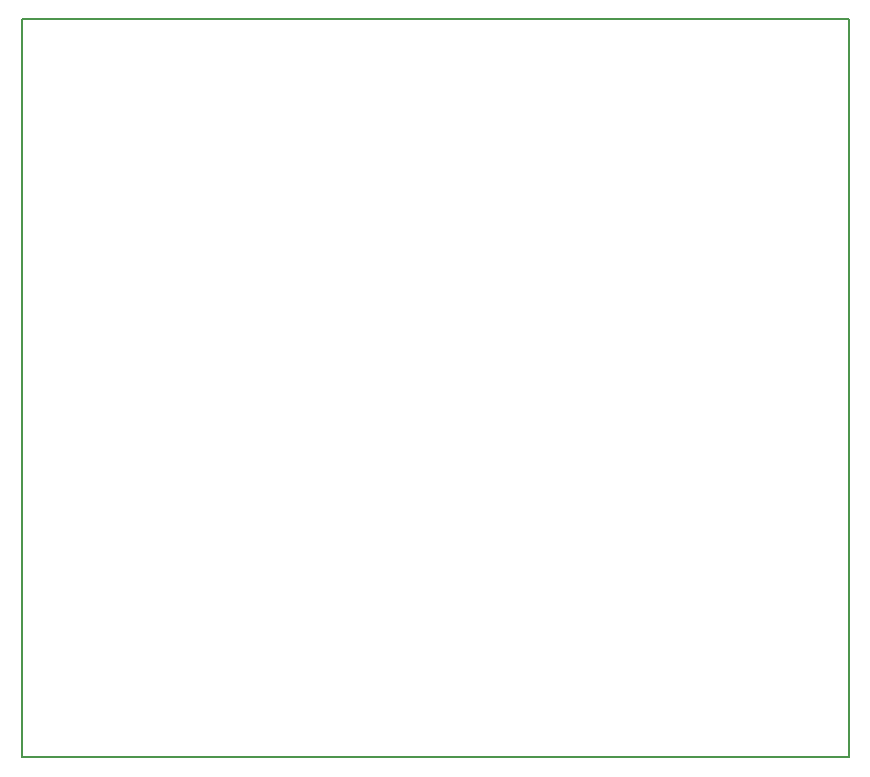
<source format=gbr>
G04 PROTEUS GERBER X2 FILE*
%TF.GenerationSoftware,Labcenter,Proteus,8.12-SP0-Build30713*%
%TF.CreationDate,2021-09-16T14:44:57+00:00*%
%TF.FileFunction,NonPlated,1,2,NPTH*%
%TF.FilePolarity,Positive*%
%TF.Part,Single*%
%TF.SameCoordinates,{034bc27d-0c73-46ba-bb4b-be9bc49d2133}*%
%FSLAX45Y45*%
%MOMM*%
G01*
%TA.AperFunction,Profile*%
%ADD71C,0.203200*%
%TD.AperFunction*%
D71*
X-3250000Y-2500000D02*
X+3750000Y-2500000D01*
X+3750000Y+3750000D01*
X-3250000Y+3750000D01*
X-3250000Y-2500000D01*
M02*

</source>
